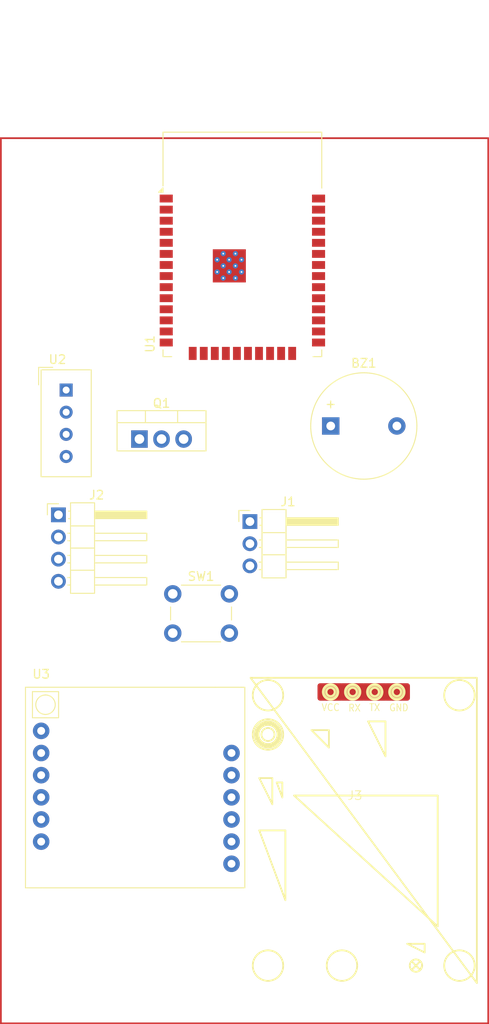
<source format=kicad_pcb>
(kicad_pcb (version 20241229) (generator "pcbnew") (generator_version "9.0")
  (layers (0 "F.Cu" signal) (2 "B.Cu" signal) (13 "F.Paste" user) (15 "B.Paste" user) (5 "F.SilkS" user "F.Silkscreen") (7 "B.SilkS" user "B.Silkscreen") (1 "F.Mask" user) (3 "B.Mask" user) (25 "Edge.Cuts" user))
  (net 0 "")
  (net 1 "Net-(BZ1--)")
  (net 3 "Net-(U1-IO5)")
  (net 4 "Net-(U1-VDD)")
  (net 5 "Net-(U1-IO17)")
  (net 8 "Net-(U1-IO15)")
  (net 12 "Net-(Q1-G)")
  (net 13 "Net-(U1-IO16)")
  (net 22 "Net-(J2-Pin_3)")
  (net 26 "Net-(J2-Pin_4)")
  (net 29 "Net-(BZ1-+)")
  (net 35 "Net-(J1-Pin_3)")
  (net 37 "Net-(J3-Pin_3)")
  (net 38 "Net-(J3-Pin_2)")
  (footprint "RF_Module:ESP32-WROOM-32D" (layer "F.Cu") (at 183.75 52.67)
    (property "Reference" "U1" (at -10.61 8.43 90) (layer "F.SilkS"))
    (property "Value" "ESP32-WROOM-32D")
    (fp_line (start -9.12 -15.86) (end -9.12 -9.7) (stroke (width 0.12)) (layer "F.SilkS"))
    (fp_line (start -9.12 -15.86) (end 9.12 -15.86) (stroke (width 0.12)) (layer "F.SilkS"))
    (fp_line (start -9.12 9.1) (end -9.12 9.88) (stroke (width 0.12)) (layer "F.SilkS"))
    (fp_line (start -9.12 9.88) (end -8.12 9.88) (stroke (width 0.12)) (layer "F.SilkS"))
    (fp_line (start 9.12 -15.86) (end 9.12 -9.445) (stroke (width 0.12)) (layer "F.SilkS"))
    (fp_line (start 9.12 9.1) (end 9.12 9.88) (stroke (width 0.12)) (layer "F.SilkS"))
    (fp_line (start 9.12 9.88) (end 8.12 9.88) (stroke (width 0.12)) (layer "F.SilkS"))
    (fp_poly (pts (xy -9.125 -8.975) (xy -9.625 -8.975) (xy -9.125 -9.475) (xy -9.125 -8.975)) (stroke (width 0.12)) (fill yes) (layer "F.SilkS"))
    (pad "1" smd rect (at -8.75 -8.25) (size 1.5 0.9) (layers "F.Cu" "F.Mask" "F.Paste") (net 1 "Net-(BZ1--)"))
    (pad "2" smd rect (at -8.75 -6.98) (size 1.5 0.9) (layers "F.Cu" "F.Mask" "F.Paste") (net 4 "Net-(U1-VDD)"))
    (pad "3" smd rect (at -8.75 -5.71) (size 1.5 0.9) (layers "F.Cu" "F.Mask" "F.Paste"))
    (pad "4" smd rect (at -8.75 -4.44) (size 1.5 0.9) (layers "F.Cu" "F.Mask" "F.Paste"))
    (pad "5" smd rect (at -8.75 -3.17) (size 1.5 0.9) (layers "F.Cu" "F.Mask" "F.Paste"))
    (pad "6" smd rect (at -8.75 -1.9) (size 1.5 0.9) (layers "F.Cu" "F.Mask" "F.Paste"))
    (pad "7" smd rect (at -8.75 -0.63) (size 1.5 0.9) (layers "F.Cu" "F.Mask" "F.Paste"))
    (pad "8" smd rect (at -8.75 0.64) (size 1.5 0.9) (layers "F.Cu" "F.Mask" "F.Paste"))
    (pad "9" smd rect (at -8.75 1.91) (size 1.5 0.9) (layers "F.Cu" "F.Mask" "F.Paste"))
    (pad "10" smd rect (at -8.75 3.18) (size 1.5 0.9) (layers "F.Cu" "F.Mask" "F.Paste") (net 38 "Net-(J3-Pin_2)"))
    (pad "11" smd rect (at -8.75 4.45) (size 1.5 0.9) (layers "F.Cu" "F.Mask" "F.Paste") (net 37 "Net-(J3-Pin_3)"))
    (pad "12" smd rect (at -8.75 5.72) (size 1.5 0.9) (layers "F.Cu" "F.Mask" "F.Paste"))
    (pad "13" smd rect (at -8.75 6.99) (size 1.5 0.9) (layers "F.Cu" "F.Mask" "F.Paste"))
    (pad "14" smd rect (at -8.75 8.26) (size 1.5 0.9) (layers "F.Cu" "F.Mask" "F.Paste"))
    (pad "15" smd rect (at -5.71 9.51 90) (size 1.5 0.9) (layers "F.Cu" "F.Mask" "F.Paste") (net 1 "Net-(BZ1--)"))
    (pad "16" smd rect (at -4.44 9.51 90) (size 1.5 0.9) (layers "F.Cu" "F.Mask" "F.Paste"))
    (pad "17" smd rect (at -3.17 9.51 90) (size 1.5 0.9) (layers "F.Cu" "F.Mask" "F.Paste"))
    (pad "18" smd rect (at -1.9 9.51 90) (size 1.5 0.9) (layers "F.Cu" "F.Mask" "F.Paste"))
    (pad "19" smd rect (at -0.63 9.51 90) (size 1.5 0.9) (layers "F.Cu" "F.Mask" "F.Paste"))
    (pad "20" smd rect (at 0.64 9.51 90) (size 1.5 0.9) (layers "F.Cu" "F.Mask" "F.Paste"))
    (pad "21" smd rect (at 1.91 9.51 90) (size 1.5 0.9) (layers "F.Cu" "F.Mask" "F.Paste"))
    (pad "22" smd rect (at 3.18 9.51 90) (size 1.5 0.9) (layers "F.Cu" "F.Mask" "F.Paste"))
    (pad "23" smd rect (at 4.45 9.51 90) (size 1.5 0.9) (layers "F.Cu" "F.Mask" "F.Paste") (net 8 "Net-(U1-IO15)"))
    (pad "24" smd rect (at 5.72 9.51 90) (size 1.5 0.9) (layers "F.Cu" "F.Mask" "F.Paste") (net 29 "Net-(BZ1-+)"))
    (pad "25" smd rect (at 8.75 8.26) (size 1.5 0.9) (layers "F.Cu" "F.Mask" "F.Paste"))
    (pad "26" smd rect (at 8.75 6.99) (size 1.5 0.9) (layers "F.Cu" "F.Mask" "F.Paste"))
    (pad "27" smd rect (at 8.75 5.72) (size 1.5 0.9) (layers "F.Cu" "F.Mask" "F.Paste") (net 13 "Net-(U1-IO16)"))
    (pad "28" smd rect (at 8.75 4.45) (size 1.5 0.9) (layers "F.Cu" "F.Mask" "F.Paste") (net 5 "Net-(U1-IO17)"))
    (pad "29" smd rect (at 8.75 3.18) (size 1.5 0.9) (layers "F.Cu" "F.Mask" "F.Paste") (net 3 "Net-(U1-IO5)"))
    (pad "30" smd rect (at 8.75 1.91) (size 1.5 0.9) (layers "F.Cu" "F.Mask" "F.Paste") (net 1 "Net-(BZ1--)"))
    (pad "31" smd rect (at 8.75 0.64) (size 1.5 0.9) (layers "F.Cu" "F.Mask" "F.Paste"))
    (pad "32" smd rect (at 8.75 -0.63) (size 1.5 0.9) (layers "F.Cu" "F.Mask" "F.Paste"))
    (pad "33" smd rect (at 8.75 -1.9) (size 1.5 0.9) (layers "F.Cu" "F.Mask" "F.Paste") (net 26 "Net-(J2-Pin_4)"))
    (pad "34" smd rect (at 8.75 -3.17) (size 1.5 0.9) (layers "F.Cu" "F.Mask" "F.Paste"))
    (pad "35" smd rect (at 8.75 -4.44) (size 1.5 0.9) (layers "F.Cu" "F.Mask" "F.Paste"))
    (pad "36" smd rect (at 8.75 -5.71) (size 1.5 0.9) (layers "F.Cu" "F.Mask" "F.Paste") (net 22 "Net-(J2-Pin_3)"))
    (pad "37" smd rect (at 8.75 -6.98) (size 1.5 0.9) (layers "F.Cu" "F.Mask" "F.Paste") (net 12 "Net-(Q1-G)"))
    (pad "38" smd rect (at 8.75 -8.25) (size 1.5 0.9) (layers "F.Cu" "F.Mask" "F.Paste") (net 1 "Net-(BZ1--)"))
    (pad "39" smd rect (at -2.9 -1.93) (size 0.9 0.9) (layers "F.Cu" "F.Paste") (net 1 "Net-(BZ1--)"))
    (pad "39" thru_hole circle (at -2.9 -1.23) (size 0.6 0.6) (drill 0.2) (property pad_prop_heatsink) (layers "*.Cu" "F.Mask") (net 1 "Net-(BZ1--)"))
    (pad "39" smd rect (at -2.9 -0.53) (size 0.9 0.9) (layers "F.Cu" "F.Paste") (net 1 "Net-(BZ1--)"))
    (pad "39" thru_hole circle (at -2.9 0.17) (size 0.6 0.6) (drill 0.2) (property pad_prop_heatsink) (layers "*.Cu" "F.Mask") (net 1 "Net-(BZ1--)"))
    (pad "39" smd rect (at -2.9 0.87) (size 0.9 0.9) (layers "F.Cu" "F.Paste") (net 1 "Net-(BZ1--)"))
    (pad "39" thru_hole circle (at -2.2 -1.93) (size 0.6 0.6) (drill 0.2) (property pad_prop_heatsink) (layers "*.Cu" "F.Mask") (net 1 "Net-(BZ1--)"))
    (pad "39" thru_hole circle (at -2.2 -0.53) (size 0.6 0.6) (drill 0.2) (property pad_prop_heatsink) (layers "*.Cu" "F.Mask") (net 1 "Net-(BZ1--)"))
    (pad "39" thru_hole circle (at -2.2 0.87) (size 0.6 0.6) (drill 0.2) (property pad_prop_heatsink) (layers "*.Cu" "F.Mask") (net 1 "Net-(BZ1--)"))
    (pad "39" thru_hole circle (at -1.525 -1.23) (size 0.6 0.6) (drill 0.2) (property pad_prop_heatsink) (layers "*.Cu" "F.Mask") (net 1 "Net-(BZ1--)"))
    (pad "39" thru_hole circle (at -1.525 0.17) (size 0.6 0.6) (drill 0.2) (property pad_prop_heatsink) (layers "*.Cu" "F.Mask") (net 1 "Net-(BZ1--)"))
    (pad "39" smd rect (at -1.5 -1.93) (size 0.9 0.9) (layers "F.Cu" "F.Paste") (net 1 "Net-(BZ1--)"))
    (pad "39" smd rect (at -1.5 -0.53) (size 0.9 0.9) (layers "F.Cu" "F.Paste") (net 1 "Net-(BZ1--)"))
    (pad "39" smd rect (at -1.5 -0.53) (size 3.8 3.8) (property pad_prop_heatsink) (layers "F.Cu" "F.Mask") (net 1 "Net-(BZ1--)"))
    (pad "39" smd rect (at -1.5 0.87) (size 0.9 0.9) (layers "F.Cu" "F.Paste") (net 1 "Net-(BZ1--)"))
    (pad "39" thru_hole circle (at -0.8 -1.93) (size 0.6 0.6) (drill 0.2) (property pad_prop_heatsink) (layers "*.Cu" "F.Mask") (net 1 "Net-(BZ1--)"))
    (pad "39" thru_hole circle (at -0.8 -0.53) (size 0.6 0.6) (drill 0.2) (property pad_prop_heatsink) (layers "*.Cu" "F.Mask") (net 1 "Net-(BZ1--)"))
    (pad "39" thru_hole circle (at -0.8 0.87) (size 0.6 0.6) (drill 0.2) (property pad_prop_heatsink) (layers "*.Cu" "F.Mask") (net 1 "Net-(BZ1--)"))
    (pad "39" smd rect (at -0.1 -1.93) (size 0.9 0.9) (layers "F.Cu" "F.Paste") (net 1 "Net-(BZ1--)"))
    (pad "39" thru_hole circle (at -0.1 -1.23) (size 0.6 0.6) (drill 0.2) (property pad_prop_heatsink) (layers "*.Cu" "F.Mask") (net 1 "Net-(BZ1--)"))
    (pad "39" smd rect (at -0.1 -0.53) (size 0.9 0.9) (layers "F.Cu" "F.Paste") (net 1 "Net-(BZ1--)"))
    (pad "39" thru_hole circle (at -0.1 0.17) (size 0.6 0.6) (drill 0.2) (property pad_prop_heatsink) (layers "*.Cu" "F.Mask") (net 1 "Net-(BZ1--)"))
    (pad "39" smd rect (at -0.1 0.87) (size 0.9 0.9) (layers "F.Cu" "F.Paste") (net 1 "Net-(BZ1--)"))
  )
  (footprint "Connector_PinHeader_2.54mm:PinHeader_1x04_P2.54mm_Horizontal" (layer "F.Cu") (at 162.615 80.69)
    (property "Reference" "J2" (at 4.385 -2.27 0) (layer "F.SilkS"))
    (property "Value" "Conn_01x04")
    (fp_line (start -1.27 -1.27) (end 0 -1.27) (stroke (width 0.12)) (layer "F.SilkS"))
    (fp_line (start -1.27 0) (end -1.27 -1.27) (stroke (width 0.12)) (layer "F.SilkS"))
    (fp_line (start 1.077358 2.11) (end 1.39 2.11) (stroke (width 0.12)) (layer "F.SilkS"))
    (fp_line (start 1.077358 2.97) (end 1.39 2.97) (stroke (width 0.12)) (layer "F.SilkS"))
    (fp_line (start 1.077358 4.65) (end 1.39 4.65) (stroke (width 0.12)) (layer "F.SilkS"))
    (fp_line (start 1.077358 5.51) (end 1.39 5.51) (stroke (width 0.12)) (layer "F.SilkS"))
    (fp_line (start 1.077358 7.19) (end 1.39 7.19) (stroke (width 0.12)) (layer "F.SilkS"))
    (fp_line (start 1.077358 8.05) (end 1.39 8.05) (stroke (width 0.12)) (layer "F.SilkS"))
    (fp_line (start 1.16 -0.43) (end 1.39 -0.43) (stroke (width 0.12)) (layer "F.SilkS"))
    (fp_line (start 1.16 0.43) (end 1.39 0.43) (stroke (width 0.12)) (layer "F.SilkS"))
    (fp_line (start 1.39 1.27) (end 4.15 1.27) (stroke (width 0.12)) (layer "F.SilkS"))
    (fp_line (start 1.39 3.81) (end 4.15 3.81) (stroke (width 0.12)) (layer "F.SilkS"))
    (fp_line (start 1.39 6.35) (end 4.15 6.35) (stroke (width 0.12)) (layer "F.SilkS"))
    (fp_line (start 4.15 2.11) (end 10.15 2.11) (stroke (width 0.12)) (layer "F.SilkS"))
    (fp_line (start 4.15 4.65) (end 10.15 4.65) (stroke (width 0.12)) (layer "F.SilkS"))
    (fp_line (start 4.15 7.19) (end 10.15 7.19) (stroke (width 0.12)) (layer "F.SilkS"))
    (fp_line (start 10.15 2.11) (end 10.15 2.97) (stroke (width 0.12)) (layer "F.SilkS"))
    (fp_line (start 10.15 2.97) (end 4.15 2.97) (stroke (width 0.12)) (layer "F.SilkS"))
    (fp_line (start 10.15 4.65) (end 10.15 5.51) (stroke (width 0.12)) (layer "F.SilkS"))
    (fp_line (start 10.15 5.51) (end 4.15 5.51) (stroke (width 0.12)) (layer "F.SilkS"))
    (fp_line (start 10.15 7.19) (end 10.15 8.05) (stroke (width 0.12)) (layer "F.SilkS"))
    (fp_line (start 10.15 8.05) (end 4.15 8.05) (stroke (width 0.12)) (layer "F.SilkS"))
    (fp_rect (start 1.39 -1.38) (end 4.15 9) (stroke (width 0.12)) (fill no) (layer "F.SilkS"))
    (fp_rect (start 4.15 -0.43) (end 10.15 0.43) (stroke (width 0.12)) (fill yes) (layer "F.SilkS"))
    (pad "1" thru_hole rect (at 0 0) (size 1.7 1.7) (drill 1) (layers "*.Cu" "*.Mask") (net 35 "Net-(J1-Pin_3)"))
    (pad "2" thru_hole circle (at 0 2.54) (size 1.7 1.7) (drill 1) (layers "*.Cu" "*.Mask") (net 1 "Net-(BZ1--)"))
    (pad "3" thru_hole circle (at 0 5.08) (size 1.7 1.7) (drill 1) (layers "*.Cu" "*.Mask") (net 22 "Net-(J2-Pin_3)"))
    (pad "4" thru_hole circle (at 0 7.62) (size 1.7 1.7) (drill 1) (layers "*.Cu" "*.Mask") (net 26 "Net-(J2-Pin_4)"))
  )
  (footprint "Buzzer_Beeper:Buzzer_12x9.5RM7.6" (layer "F.Cu") (at 193.9 70.5)
    (property "Reference" "BZ1" (at 3.8 -7.2 0) (layer "F.SilkS"))
    (property "Value" "Buzzer")
    (fp_circle (center 3.8 0) (end 9.9 0) (stroke (width 0.12)) (fill no) (layer "F.SilkS"))
    (fp_text user "+" (at -0.01 -2.54 0) (layer "F.SilkS"))
    (pad "1" thru_hole rect (at 0 0) (size 2 2) (drill 1) (layers "*.Cu" "*.Mask") (net 29 "Net-(BZ1-+)"))
    (pad "2" thru_hole circle (at 7.6 0) (size 2 2) (drill 1) (layers "*.Cu" "*.Mask") (net 1 "Net-(BZ1--)"))
  )
  (footprint "Library:SIM800L-CORE" (layer "F.Cu") (at 160.63 105.46)
    (property "Reference" "U3" (at 0 -6.5 0) (layer "F.SilkS"))
    (property "Value" "SIM800L-CORE")
    (fp_line (start -1.8 10.8) (end -1.8 -5) (stroke (width 0.12)) (layer "F.SilkS"))
    (fp_line (start -1.8 10.8) (end -1.8 18) (stroke (width 0.12)) (layer "F.SilkS"))
    (fp_line (start -1.8 18) (end 0 18) (stroke (width 0.12)) (layer "F.SilkS"))
    (fp_line (start 0 -5) (end -1.8 -5) (stroke (width 0.12)) (layer "F.SilkS"))
    (fp_line (start 0 -5) (end 20 -5) (stroke (width 0.12)) (layer "F.SilkS"))
    (fp_line (start 0 18) (end 18 18) (stroke (width 0.12)) (layer "F.SilkS"))
    (fp_line (start 18 18) (end 23.4 18) (stroke (width 0.12)) (layer "F.SilkS"))
    (fp_line (start 20 -5) (end 23 -5) (stroke (width 0.12)) (layer "F.SilkS"))
    (fp_line (start 23.4 -5) (end 23 -5) (stroke (width 0.12)) (layer "F.SilkS"))
    (fp_line (start 23.4 18) (end 23.4 -5) (stroke (width 0.12)) (layer "F.SilkS"))
    (fp_rect (start -1 -4.5) (end 2 -1.5) (stroke (width 0.12)) (fill no) (layer "F.SilkS"))
    (fp_circle (center 0.5 -3) (end 1.5 -2.5) (stroke (width 0.12)) (fill no) (layer "F.SilkS"))
    (pad "1" thru_hole circle (at 0 0) (size 1.9 1.9) (drill 0.9) (layers "*.Cu" "*.Mask"))
    (pad "2" thru_hole circle (at 0 2.54) (size 1.9 1.9) (drill 0.9) (layers "*.Cu" "*.Mask"))
    (pad "3" thru_hole circle (at 0 5.08) (size 1.9 1.9) (drill 0.9) (layers "*.Cu" "*.Mask"))
    (pad "4" thru_hole circle (at 0 7.62) (size 1.9 1.9) (drill 0.9) (layers "*.Cu" "*.Mask") (net 5 "Net-(U1-IO17)"))
    (pad "5" thru_hole circle (at 0 10.16) (size 1.9 1.9) (drill 0.9) (layers "*.Cu" "*.Mask") (net 13 "Net-(U1-IO16)"))
    (pad "6" thru_hole circle (at 0 12.7) (size 1.9 1.9) (drill 0.9) (layers "*.Cu" "*.Mask") (net 1 "Net-(BZ1--)"))
    (pad "7" thru_hole circle (at 21.87 15.24) (size 1.9 1.9) (drill 0.9) (layers "*.Cu" "*.Mask"))
    (pad "8" thru_hole circle (at 21.87 12.7) (size 1.9 1.9) (drill 0.9) (layers "*.Cu" "*.Mask"))
    (pad "9" thru_hole circle (at 21.87 10.16) (size 1.9 1.9) (drill 0.9) (layers "*.Cu" "*.Mask"))
    (pad "10" thru_hole circle (at 21.87 7.62) (size 1.9 1.9) (drill 0.9) (layers "*.Cu" "*.Mask"))
    (pad "11" thru_hole circle (at 21.87 5.08) (size 1.9 1.9) (drill 0.9) (layers "*.Cu" "*.Mask"))
    (pad "12" thru_hole circle (at 21.87 2.54) (size 1.9 1.9) (drill 0.9) (layers "*.Cu" "*.Mask"))
  )
  (footprint "Sensor:Aosong_DHT11_5.5x12.0_P2.54mm" (layer "F.Cu") (at 163.5 66.38)
    (property "Reference" "U2" (at -1 -3.5 0) (layer "F.SilkS"))
    (property "Value" "DHT11")
    (fp_line (start -3.16 -2.6) (end -3.16 -0.6) (stroke (width 0.12)) (layer "F.SilkS"))
    (fp_line (start -3.16 -2.6) (end -1.55 -2.6) (stroke (width 0.12)) (layer "F.SilkS"))
    (fp_line (start -2.88 9.94) (end -2.88 -2.31) (stroke (width 0.12)) (layer "F.SilkS"))
    (fp_line (start -2.87 -2.32) (end 2.87 -2.32) (stroke (width 0.12)) (layer "F.SilkS"))
    (fp_line (start 2.88 -2.32) (end 2.88 9.94) (stroke (width 0.12)) (layer "F.SilkS"))
    (fp_line (start 2.88 9.94) (end -2.88 9.94) (stroke (width 0.12)) (layer "F.SilkS"))
    (pad "1" thru_hole rect (at 0 0) (size 1.5 1.5) (drill 0.8) (layers "*.Cu" "*.Mask") (net 4 "Net-(U1-VDD)"))
    (pad "2" thru_hole circle (at 0 2.54) (size 1.5 1.5) (drill 0.8) (layers "*.Cu" "*.Mask") (net 3 "Net-(U1-IO5)"))
    (pad "3" thru_hole circle (at 0 5.08) (size 1.5 1.5) (drill 0.8) (layers "*.Cu" "*.Mask"))
    (pad "4" thru_hole circle (at 0 7.62) (size 1.5 1.5) (drill 0.8) (layers "*.Cu" "*.Mask") (net 1 "Net-(BZ1--)"))
  )
  (footprint "Button_Switch_THT:SW_PUSH_6mm" (layer "F.Cu") (at 175.75 89.75)
    (property "Reference" "SW1" (at 3.25 -2 0) (layer "F.SilkS"))
    (property "Value" "SW_Push")
    (fp_line (start -0.25 1.5) (end -0.25 3) (stroke (width 0.12)) (layer "F.SilkS"))
    (fp_line (start 1 5.5) (end 5.5 5.5) (stroke (width 0.12)) (layer "F.SilkS"))
    (fp_line (start 5.5 -1) (end 1 -1) (stroke (width 0.12)) (layer "F.SilkS"))
    (fp_line (start 6.75 3) (end 6.75 1.5) (stroke (width 0.12)) (layer "F.SilkS"))
    (pad "1" thru_hole circle (at 0 0 90) (size 2 2) (drill 1.1) (layers "*.Cu" "*.Mask") (net 8 "Net-(U1-IO15)"))
    (pad "1" thru_hole circle (at 6.5 0 90) (size 2 2) (drill 1.1) (layers "*.Cu" "*.Mask") (net 8 "Net-(U1-IO15)"))
    (pad "2" thru_hole circle (at 0 4.5 90) (size 2 2) (drill 1.1) (layers "*.Cu" "*.Mask") (net 1 "Net-(BZ1--)"))
    (pad "2" thru_hole circle (at 6.5 4.5 90) (size 2 2) (drill 1.1) (layers "*.Cu" "*.Mask") (net 1 "Net-(BZ1--)"))
  )
  (footprint "NEO6M_GPS:NEO6M_GPS1" (layer "F.Cu") (at 196.689992 113.374905)
    (property "Reference" "J3" (at 0 -0.5 0) (layer "F.SilkS") (effects (font (thickness 0.1))))
    (property "Value" "NEO6m")
    (fp_line (start -12 -14) (end 14 -14) (stroke (width 0.2)) (layer "F.SilkS"))
    (fp_line (start -11 -2.499873) (end -9.499873 -2.499873) (stroke (width 0.2)) (layer "F.SilkS"))
    (fp_line (start -11 3.500127) (end -8 3.500127) (stroke (width 0.2)) (layer "F.SilkS"))
    (fp_line (start -9.499873 -2.499873) (end -9.499873 0.500127) (stroke (width 0.2)) (layer "F.SilkS"))
    (fp_line (start -9.499873 0.500127) (end -11 -2.499873) (stroke (width 0.2)) (layer "F.SilkS"))
    (fp_line (start -9 -1.999746) (end -8.350013 -1.999746) (stroke (width 0.2)) (layer "F.SilkS"))
    (fp_line (start -8.350013 -1.999746) (end -8.350013 -0.274829) (stroke (width 0.2)) (layer "F.SilkS"))
    (fp_line (start -8.350013 -0.274829) (end -9 -1.999746) (stroke (width 0.2)) (layer "F.SilkS"))
    (fp_line (start -8 3.500127) (end -8 11.500127) (stroke (width 0.2)) (layer "F.SilkS"))
    (fp_line (start -8 11.500127) (end -11 3.500127) (stroke (width 0.2)) (layer "F.SilkS"))
    (fp_line (start -7 -0.499873) (end 9.500127 -0.499873) (stroke (width 0.2)) (layer "F.SilkS"))
    (fp_line (start -5 -7.999746) (end -3 -7.999746) (stroke (width 0.2)) (layer "F.SilkS"))
    (fp_line (start -3 -7.999746) (end -3 -5.999746) (stroke (width 0.2)) (layer "F.SilkS"))
    (fp_line (start -3 -5.999746) (end -5 -7.999746) (stroke (width 0.2)) (layer "F.SilkS"))
    (fp_line (start 1.500127 -8.999746) (end 3.500127 -8.999746) (stroke (width 0.2)) (layer "F.SilkS"))
    (fp_line (start 3.500127 -8.999746) (end 3.500127 -4.999746) (stroke (width 0.2)) (layer "F.SilkS"))
    (fp_line (start 3.500127 -4.999746) (end 1.500127 -8.999746) (stroke (width 0.2)) (layer "F.SilkS"))
    (fp_line (start 6 16.500127) (end 8 16.500127) (stroke (width 0.2)) (layer "F.SilkS"))
    (fp_line (start 6.5 18.500152) (end 7.500025 19.500152) (stroke (width 0.2)) (layer "F.SilkS"))
    (fp_line (start 7 19.000254) (end 6.5 19.500152) (stroke (width 0.2)) (layer "F.SilkS"))
    (fp_line (start 7.500025 18.500152) (end 6.5 19.500152) (stroke (width 0.2)) (layer "F.SilkS"))
    (fp_line (start 7.500025 19.500152) (end 7.711455 19.000254) (stroke (width 0.2)) (layer "F.SilkS"))
    (fp_line (start 8 16.500127) (end 8 17.500127) (stroke (width 0.2)) (layer "F.SilkS"))
    (fp_line (start 8 17.500127) (end 6 16.500127) (stroke (width 0.2)) (layer "F.SilkS"))
    (fp_line (start 9.500127 -0.499873) (end 9.500127 14.500127) (stroke (width 0.2)) (layer "F.SilkS"))
    (fp_line (start 9.500127 14.500127) (end -7 -0.499873) (stroke (width 0.2)) (layer "F.SilkS"))
    (fp_line (start 14 -14) (end 14 21) (stroke (width 0.2)) (layer "F.SilkS"))
    (fp_line (start 14 21) (end -12 -14) (stroke (width 0.2)) (layer "F.SilkS"))
    (fp_circle (center -10 -12) (end -8.249936 -12) (stroke (width 0.2)) (fill no) (layer "F.SilkS"))
    (fp_circle (center -10 -7.499873) (end -9.249936 -7.499873) (stroke (width 0.2)) (fill no) (layer "F.SilkS"))
    (fp_circle (center -10 -7.499873) (end -8.899924 -7.499873) (stroke (width 0.2)) (fill no) (layer "F.SilkS"))
    (fp_circle (center -10 -7.499873) (end -8.700025 -7.499873) (stroke (width 0.2)) (fill no) (layer "F.SilkS"))
    (fp_circle (center -10 -7.499873) (end -8.499873 -7.499873) (stroke (width 0.2)) (fill no) (layer "F.SilkS"))
    (fp_circle (center -10 -7.499873) (end -8.249936 -7.499873) (stroke (width 0.2)) (fill no) (layer "F.SilkS"))
    (fp_circle (center -10 19.000254) (end -8.249936 19.000254) (stroke (width 0.2)) (fill no) (layer "F.SilkS"))
    (fp_circle (center -2.810008 -12.374905) (end -2.352807 -12.374905) (stroke (width 0.2)) (fill no) (layer "F.SilkS"))
    (fp_circle (center -2.810008 -12.374905) (end -2.276607 -12.374905) (stroke (width 0.2)) (fill no) (layer "F.SilkS"))
    (fp_circle (center -2.810008 -12.374905) (end -2.276607 -12.374905) (stroke (width 0.2)) (fill no) (layer "F.SilkS"))
    (fp_circle (center -2.810008 -12.374905) (end -2.048006 -12.374905) (stroke (width 0.2)) (fill no) (layer "F.SilkS"))
    (fp_circle (center -2.810008 -12.374905) (end -1.921006 -12.374905) (stroke (width 0.2)) (fill no) (layer "F.SilkS"))
    (fp_circle (center -2.810008 -12.374905) (end -1.921006 -12.374905) (stroke (width 0.2)) (fill no) (layer "F.SilkS"))
    (fp_circle (center -1.499873 19.000254) (end 0.250191 19.000254) (stroke (width 0.2)) (fill no) (layer "F.SilkS"))
    (fp_circle (center -0.270003 -12.374905) (end 0.187198 -12.374905) (stroke (width 0.2)) (fill no) (layer "F.SilkS"))
    (fp_circle (center -0.270003 -12.374905) (end 0.263399 -12.374905) (stroke (width 0.2)) (fill no) (layer "F.SilkS"))
    (fp_circle (center -0.270003 -12.374905) (end 0.263399 -12.374905) (stroke (width 0.2)) (fill no) (layer "F.SilkS"))
    (fp_circle (center -0.270003 -12.374905) (end 0.491999 -12.374905) (stroke (width 0.2)) (fill no) (layer "F.SilkS"))
    (fp_circle (center -0.270003 -12.374905) (end 0.618999 -12.374905) (stroke (width 0.2)) (fill no) (layer "F.SilkS"))
    (fp_circle (center -0.270003 -12.374905) (end 0.618999 -12.374905) (stroke (width 0.2)) (fill no) (layer "F.SilkS"))
    (fp_circle (center 2.270003 -12.374905) (end 2.727203 -12.374905) (stroke (width 0.2)) (fill no) (layer "F.SilkS"))
    (fp_circle (center 2.270003 -12.374905) (end 2.803404 -12.374905) (stroke (width 0.2)) (fill no) (layer "F.SilkS"))
    (fp_circle (center 2.270003 -12.374905) (end 2.803404 -12.374905) (stroke (width 0.2)) (fill no) (layer "F.SilkS"))
    (fp_circle (center 2.270003 -12.374905) (end 3.032004 -12.374905) (stroke (width 0.2)) (fill no) (layer "F.SilkS"))
    (fp_circle (center 2.270003 -12.374905) (end 3.159004 -12.374905) (stroke (width 0.2)) (fill no) (layer "F.SilkS"))
    (fp_circle (center 2.270003 -12.374905) (end 3.159004 -12.374905) (stroke (width 0.2)) (fill no) (layer "F.SilkS"))
    (fp_circle (center 4.810008 -12.374905) (end 5.267209 -12.374905) (stroke (width 0.2)) (fill no) (layer "F.SilkS"))
    (fp_circle (center 4.810008 -12.374905) (end 5.343409 -12.374905) (stroke (width 0.2)) (fill no) (layer "F.SilkS"))
    (fp_circle (center 4.810008 -12.374905) (end 5.343409 -12.374905) (stroke (width 0.2)) (fill no) (layer "F.SilkS"))
    (fp_circle (center 4.810008 -12.374905) (end 5.572009 -12.374905) (stroke (width 0.2)) (fill no) (layer "F.SilkS"))
    (fp_circle (center 4.810008 -12.374905) (end 5.699009 -12.374905) (stroke (width 0.2)) (fill no) (layer "F.SilkS"))
    (fp_circle (center 4.810008 -12.374905) (end 5.699009 -12.374905) (stroke (width 0.2)) (fill no) (layer "F.SilkS"))
    (fp_circle (center 7 19.000254) (end 7.711455 19.000254) (stroke (width 0.2)) (fill no) (layer "F.SilkS"))
    (fp_circle (center 12 -12) (end 13.750064 -12) (stroke (width 0.2)) (fill no) (layer "F.SilkS"))
    (fp_circle (center 12 19.000254) (end 13.750064 19.000254) (stroke (width 0.2)) (fill no) (layer "F.SilkS"))
    (fp_text user "GND" (at 3.876048 -10.104394 0) (layer "F.SilkS") (effects (font (size 0.8 0.72) (thickness 0.1)) (justify left bottom)))
    (fp_text user "TX" (at 1.575057 -10.124968 0) (layer "F.SilkS") (effects (font (size 0.8 0.72) (thickness 0.1)) (justify left bottom)))
    (fp_text user "VCC" (at -3.898908 -10.12954 0) (layer "F.SilkS") (effects (font (size 0.8 0.72) (thickness 0.1)) (justify left bottom)))
    (fp_text user "RX" (at -0.824994 -10.07493 0) (layer "F.SilkS") (effects (font (size 0.8 0.72) (thickness 0.1)) (justify left bottom)))
    (pad "1" smd roundrect (at -2.810008 -12.374905) (size 3 2) (layers "F.Cu" "F.Mask" "F.Paste") (roundrect_rratio 0.15))
    (pad "2" smd roundrect (at -0.270003 -12.374905) (size 3 2) (layers "F.Cu" "F.Mask" "F.Paste") (roundrect_rratio 0.15) (net 38 "Net-(J3-Pin_2)"))
    (pad "3" smd roundrect (at 2.270003 -12.374905) (size 3 2) (layers "F.Cu" "F.Mask" "F.Paste") (roundrect_rratio 0.15) (net 37 "Net-(J3-Pin_3)"))
    (pad "4" smd roundrect (at 4.810008 -12.374905) (size 3 2) (layers "F.Cu" "F.Mask" "F.Paste") (roundrect_rratio 0.15) (net 1 "Net-(BZ1--)"))
  )
  (footprint "Package_TO_SOT_THT:TO-220-3_Vertical" (layer "F.Cu") (at 171.92 72)
    (property "Reference" "Q1" (at 2.54 -4.1 0) (layer "F.SilkS"))
    (property "Value" "A03400")
    (fp_line (start -2.57 -3.26) (end 7.65 -3.26) (stroke (width 0.12)) (layer "F.SilkS"))
    (fp_line (start -2.57 -1.88) (end 7.65 -1.88) (stroke (width 0.12)) (layer "F.SilkS"))
    (fp_line (start -2.57 1.36) (end -2.57 -3.26) (stroke (width 0.12)) (layer "F.SilkS"))
    (fp_line (start 0.69 -3.26) (end 0.69 -1.88) (stroke (width 0.12)) (layer "F.SilkS"))
    (fp_line (start 4.39 -3.26) (end 4.39 -1.88) (stroke (width 0.12)) (layer "F.SilkS"))
    (fp_line (start 7.65 -3.26) (end 7.65 1.36) (stroke (width 0.12)) (layer "F.SilkS"))
    (fp_line (start 7.65 1.36) (end -2.57 1.36) (stroke (width 0.12)) (layer "F.SilkS"))
    (pad "1" thru_hole rect (at 0 0) (size 1.905 2) (drill 1.1) (layers "*.Cu" "*.Mask") (net 12 "Net-(Q1-G)"))
    (pad "2" thru_hole oval (at 2.54 0) (size 1.905 2) (drill 1.1) (layers "*.Cu" "*.Mask"))
    (pad "3" thru_hole oval (at 5.08 0) (size 1.905 2) (drill 1.1) (layers "*.Cu" "*.Mask") (net 1 "Net-(BZ1--)"))
  )
  (footprint "Connector_PinHeader_2.54mm:PinHeader_1x03_P2.54mm_Horizontal" (layer "F.Cu") (at 184.615 81.46)
    (property "Reference" "J1" (at 4.385 -2.27 0) (layer "F.SilkS"))
    (property "Value" "ir sensor")
    (fp_line (start -1.27 -1.27) (end 0 -1.27) (stroke (width 0.12)) (layer "F.SilkS"))
    (fp_line (start -1.27 0) (end -1.27 -1.27) (stroke (width 0.12)) (layer "F.SilkS"))
    (fp_line (start 1.077358 2.11) (end 1.39 2.11) (stroke (width 0.12)) (layer "F.SilkS"))
    (fp_line (start 1.077358 2.97) (end 1.39 2.97) (stroke (width 0.12)) (layer "F.SilkS"))
    (fp_line (start 1.077358 4.65) (end 1.39 4.65) (stroke (width 0.12)) (layer "F.SilkS"))
    (fp_line (start 1.077358 5.51) (end 1.39 5.51) (stroke (width 0.12)) (layer "F.SilkS"))
    (fp_line (start 1.16 -0.43) (end 1.39 -0.43) (stroke (width 0.12)) (layer "F.SilkS"))
    (fp_line (start 1.16 0.43) (end 1.39 0.43) (stroke (width 0.12)) (layer "F.SilkS"))
    (fp_line (start 1.39 1.27) (end 4.15 1.27) (stroke (width 0.12)) (layer "F.SilkS"))
    (fp_line (start 1.39 3.81) (end 4.15 3.81) (stroke (width 0.12)) (layer "F.SilkS"))
    (fp_line (start 4.15 2.11) (end 10.15 2.11) (stroke (width 0.12)) (layer "F.SilkS"))
    (fp_line (start 4.15 4.65) (end 10.15 4.65) (stroke (width 0.12)) (layer "F.SilkS"))
    (fp_line (start 10.15 2.11) (end 10.15 2.97) (stroke (width 0.12)) (layer "F.SilkS"))
    (fp_line (start 10.15 2.97) (end 4.15 2.97) (stroke (width 0.12)) (layer "F.SilkS"))
    (fp_line (start 10.15 4.65) (end 10.15 5.51) (stroke (width 0.12)) (layer "F.SilkS"))
    (fp_line (start 10.15 5.51) (end 4.15 5.51) (stroke (width 0.12)) (layer "F.SilkS"))
    (fp_rect (start 1.39 -1.38) (end 4.15 6.46) (stroke (width 0.12)) (fill no) (layer "F.SilkS"))
    (fp_rect (start 4.15 -0.43) (end 10.15 0.43) (stroke (width 0.12)) (fill yes) (layer "F.SilkS"))
    (pad "1" thru_hole rect (at 0 0) (size 1.7 1.7) (drill 1) (layers "*.Cu" "*.Mask") (net 1 "Net-(BZ1--)"))
    (pad "2" thru_hole circle (at 0 2.54) (size 1.7 1.7) (drill 1) (layers "*.Cu" "*.Mask") (net 1 "Net-(BZ1--)"))
    (pad "3" thru_hole circle (at 0 5.08) (size 1.7 1.7) (drill 1) (layers "*.Cu" "*.Mask") (net 35 "Net-(J1-Pin_3)"))
  )
  (gr_rect (start 156 37.5) (end 212 139) (stroke (width 0.2)) (fill no) (layer "F.Cu"))
)
</source>
